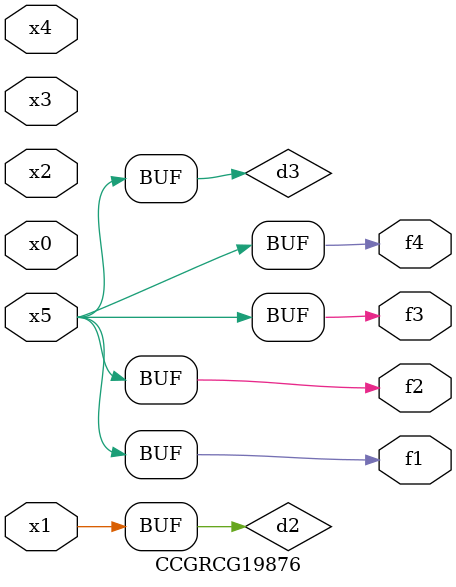
<source format=v>
module CCGRCG19876(
	input x0, x1, x2, x3, x4, x5,
	output f1, f2, f3, f4
);

	wire d1, d2, d3;

	not (d1, x5);
	or (d2, x1);
	xnor (d3, d1);
	assign f1 = d3;
	assign f2 = d3;
	assign f3 = d3;
	assign f4 = d3;
endmodule

</source>
